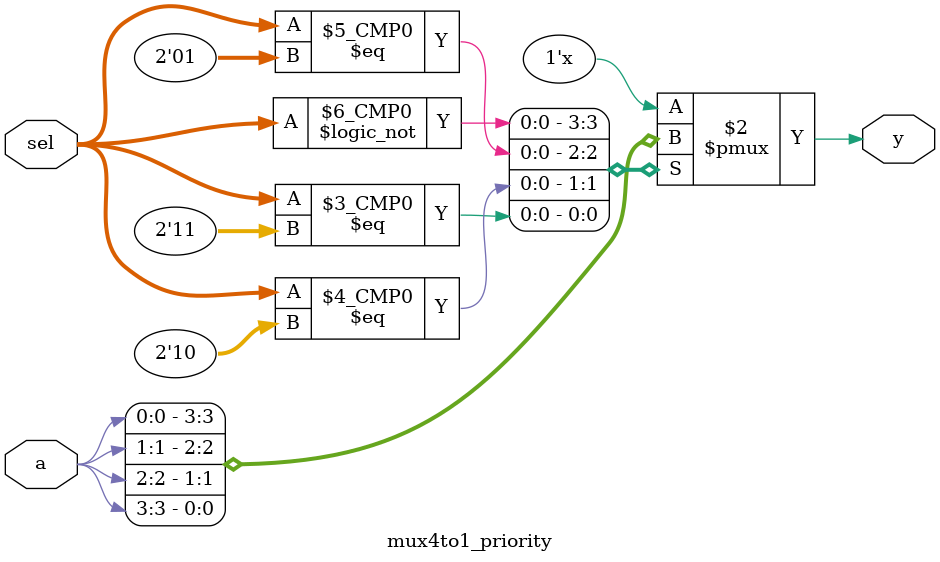
<source format=v>
module mux4to1_priority(input [3:0] a, input [1:0] sel, output reg y);
    // input [3:0] a is an array of four inputs to the multiplexer
    // input [1:0] sel is a two-bit select signal that chooses which input to pass through to the output
    // output reg y is the output of the multiplexer
    
    always @(*) begin
        // The always block contains a combinational logic block that is sensitive to any changes in the inputs
        // It selects the appropriate input based on the value of sel and assigns it to the output y
        case(sel)
            2'b00: y = a[0]; // If sel is 2'b00, connect output y to input a[0] (highest priority)
            2'b01: y = a[1]; // If sel is 2'b01, connect output y to input a[1] (second highest priority)
            2'b10: y = a[2]; // If sel is 2'b10, connect output y to input a[2] (third highest priority)
            2'b11: y = a[3]; // If sel is 2'b11, connect output y to input a[3] (lowest priority)
        endcase
    end

endmodule

/*
always @(*) begin is a Verilog code construct that defines a combinational logic block, which is a block of logic that computes an output based solely on the inputs.

The @(*) syntax is used to define sensitivity to changes in any of the input signals. This means that whenever any of the input signals change, the block will be re-evaluated to compute the new output.
*/


</source>
